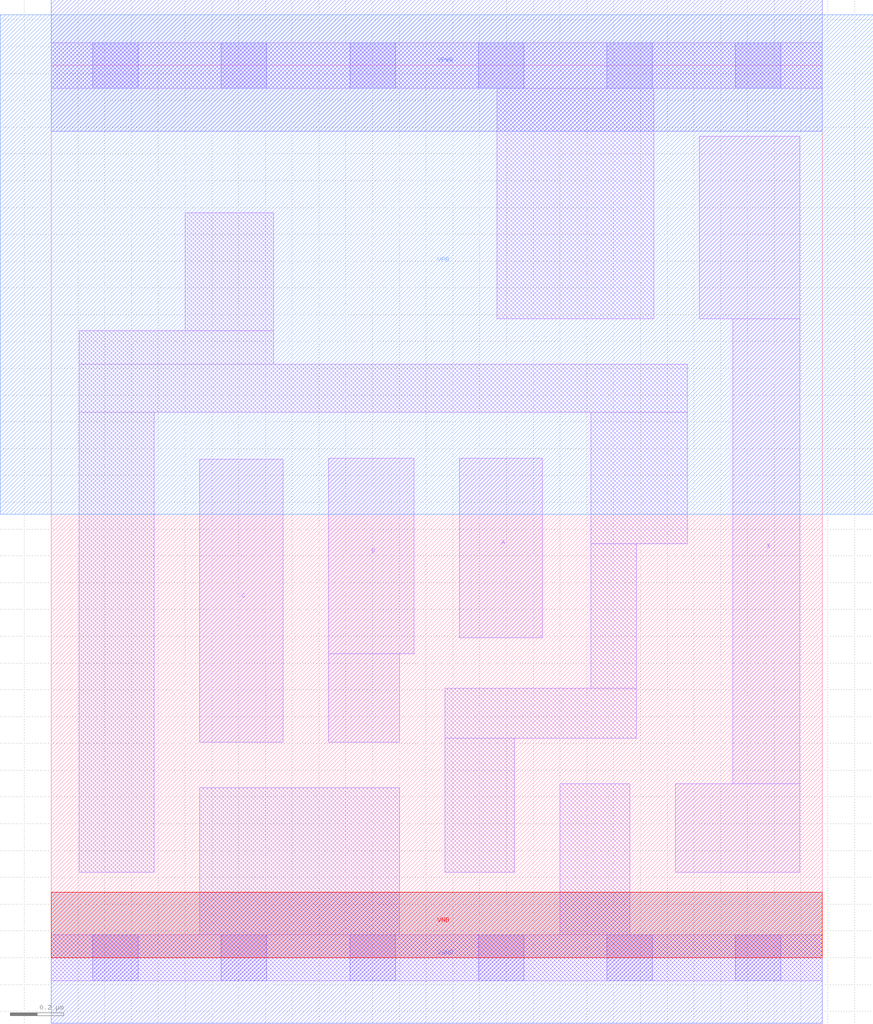
<source format=lef>
# Copyright 2020 The SkyWater PDK Authors
#
# Licensed under the Apache License, Version 2.0 (the "License");
# you may not use this file except in compliance with the License.
# You may obtain a copy of the License at
#
#     https://www.apache.org/licenses/LICENSE-2.0
#
# Unless required by applicable law or agreed to in writing, software
# distributed under the License is distributed on an "AS IS" BASIS,
# WITHOUT WARRANTIES OR CONDITIONS OF ANY KIND, either express or implied.
# See the License for the specific language governing permissions and
# limitations under the License.
#
# SPDX-License-Identifier: Apache-2.0

VERSION 5.7 ;
  NOWIREEXTENSIONATPIN ON ;
  DIVIDERCHAR "/" ;
  BUSBITCHARS "[]" ;
MACRO sky130_fd_sc_lp__or3_0
  CLASS CORE ;
  FOREIGN sky130_fd_sc_lp__or3_0 ;
  ORIGIN  0.000000  0.000000 ;
  SIZE  2.880000 BY  3.330000 ;
  SYMMETRY X Y R90 ;
  SITE unit ;
  PIN A
    ANTENNAGATEAREA  0.126000 ;
    DIRECTION INPUT ;
    USE SIGNAL ;
    PORT
      LAYER li1 ;
        RECT 1.525000 1.195000 1.835000 1.865000 ;
    END
  END A
  PIN B
    ANTENNAGATEAREA  0.126000 ;
    DIRECTION INPUT ;
    USE SIGNAL ;
    PORT
      LAYER li1 ;
        RECT 1.035000 0.805000 1.300000 1.135000 ;
        RECT 1.035000 1.135000 1.355000 1.865000 ;
    END
  END B
  PIN C
    ANTENNAGATEAREA  0.126000 ;
    DIRECTION INPUT ;
    USE SIGNAL ;
    PORT
      LAYER li1 ;
        RECT 0.555000 0.805000 0.865000 1.860000 ;
    END
  END C
  PIN X
    ANTENNADIFFAREA  0.297700 ;
    DIRECTION OUTPUT ;
    USE SIGNAL ;
    PORT
      LAYER li1 ;
        RECT 2.330000 0.320000 2.795000 0.650000 ;
        RECT 2.420000 2.385000 2.795000 3.065000 ;
        RECT 2.545000 0.650000 2.795000 2.385000 ;
    END
  END X
  PIN VGND
    DIRECTION INOUT ;
    USE GROUND ;
    PORT
      LAYER met1 ;
        RECT 0.000000 -0.245000 2.880000 0.245000 ;
    END
  END VGND
  PIN VNB
    DIRECTION INOUT ;
    USE GROUND ;
    PORT
      LAYER pwell ;
        RECT 0.000000 0.000000 2.880000 0.245000 ;
    END
  END VNB
  PIN VPB
    DIRECTION INOUT ;
    USE POWER ;
    PORT
      LAYER nwell ;
        RECT -0.190000 1.655000 3.070000 3.520000 ;
    END
  END VPB
  PIN VPWR
    DIRECTION INOUT ;
    USE POWER ;
    PORT
      LAYER met1 ;
        RECT 0.000000 3.085000 2.880000 3.575000 ;
    END
  END VPWR
  OBS
    LAYER li1 ;
      RECT 0.000000 -0.085000 2.880000 0.085000 ;
      RECT 0.000000  3.245000 2.880000 3.415000 ;
      RECT 0.105000  0.320000 0.385000 2.035000 ;
      RECT 0.105000  2.035000 2.375000 2.215000 ;
      RECT 0.105000  2.215000 0.830000 2.340000 ;
      RECT 0.500000  2.340000 0.830000 2.780000 ;
      RECT 0.555000  0.085000 1.300000 0.635000 ;
      RECT 1.470000  0.320000 1.730000 0.820000 ;
      RECT 1.470000  0.820000 2.185000 1.005000 ;
      RECT 1.665000  2.385000 2.250000 3.245000 ;
      RECT 1.900000  0.085000 2.160000 0.650000 ;
      RECT 2.015000  1.005000 2.185000 1.545000 ;
      RECT 2.015000  1.545000 2.375000 2.035000 ;
    LAYER mcon ;
      RECT 0.155000 -0.085000 0.325000 0.085000 ;
      RECT 0.155000  3.245000 0.325000 3.415000 ;
      RECT 0.635000 -0.085000 0.805000 0.085000 ;
      RECT 0.635000  3.245000 0.805000 3.415000 ;
      RECT 1.115000 -0.085000 1.285000 0.085000 ;
      RECT 1.115000  3.245000 1.285000 3.415000 ;
      RECT 1.595000 -0.085000 1.765000 0.085000 ;
      RECT 1.595000  3.245000 1.765000 3.415000 ;
      RECT 2.075000 -0.085000 2.245000 0.085000 ;
      RECT 2.075000  3.245000 2.245000 3.415000 ;
      RECT 2.555000 -0.085000 2.725000 0.085000 ;
      RECT 2.555000  3.245000 2.725000 3.415000 ;
  END
END sky130_fd_sc_lp__or3_0
END LIBRARY

</source>
